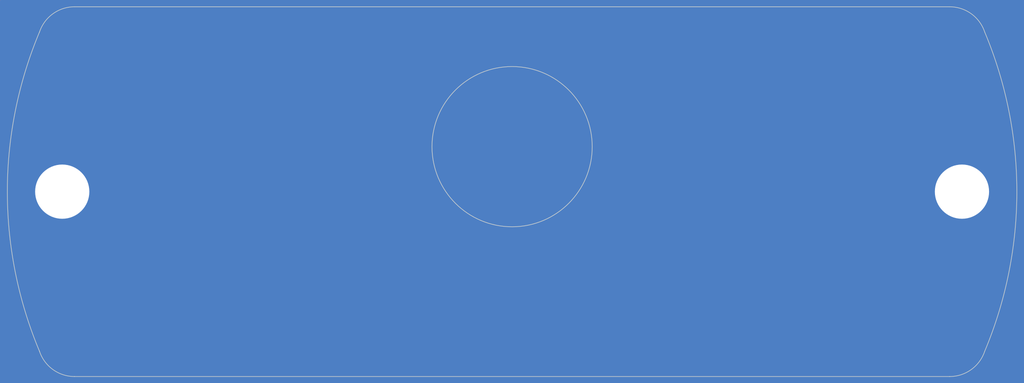
<source format=kicad_pcb>
(kicad_pcb (version 20171130) (host pcbnew "(5.1.6)-1")

  (general
    (thickness 1.6)
    (drawings 15)
    (tracks 2)
    (zones 0)
    (modules 0)
    (nets 1)
  )

  (page A4)
  (layers
    (0 F.Cu signal)
    (31 B.Cu signal)
    (32 B.Adhes user)
    (33 F.Adhes user)
    (34 B.Paste user)
    (35 F.Paste user)
    (36 B.SilkS user)
    (37 F.SilkS user)
    (38 B.Mask user)
    (39 F.Mask user)
    (40 Dwgs.User user)
    (41 Cmts.User user)
    (42 Eco1.User user)
    (43 Eco2.User user)
    (44 Edge.Cuts user)
    (45 Margin user)
    (46 B.CrtYd user)
    (47 F.CrtYd user)
    (48 B.Fab user)
    (49 F.Fab user)
  )

  (setup
    (last_trace_width 0.25)
    (user_trace_width 0.5)
    (user_trace_width 1)
    (trace_clearance 0.2)
    (zone_clearance 0.508)
    (zone_45_only no)
    (trace_min 0.2)
    (via_size 0.8)
    (via_drill 0.4)
    (via_min_size 0.4)
    (via_min_drill 0.3)
    (uvia_size 0.3)
    (uvia_drill 0.1)
    (uvias_allowed no)
    (uvia_min_size 0.2)
    (uvia_min_drill 0.1)
    (edge_width 0.05)
    (segment_width 0.2)
    (pcb_text_width 0.3)
    (pcb_text_size 1.5 1.5)
    (mod_edge_width 0.12)
    (mod_text_size 1 1)
    (mod_text_width 0.15)
    (pad_size 3 3)
    (pad_drill 1.6)
    (pad_to_mask_clearance 0.05)
    (aux_axis_origin 0 0)
    (visible_elements 7FFFFFFF)
    (pcbplotparams
      (layerselection 0x010f0_ffffffff)
      (usegerberextensions false)
      (usegerberattributes true)
      (usegerberadvancedattributes true)
      (creategerberjobfile true)
      (excludeedgelayer true)
      (linewidth 0.100000)
      (plotframeref false)
      (viasonmask true)
      (mode 1)
      (useauxorigin false)
      (hpglpennumber 1)
      (hpglpenspeed 20)
      (hpglpendiameter 15.000000)
      (psnegative false)
      (psa4output false)
      (plotreference false)
      (plotvalue false)
      (plotinvisibletext false)
      (padsonsilk false)
      (subtractmaskfromsilk false)
      (outputformat 1)
      (mirror false)
      (drillshape 0)
      (scaleselection 1)
      (outputdirectory "plots/front_panel"))
  )

  (net 0 "")

  (net_class Default "This is the default net class."
    (clearance 0.2)
    (trace_width 0.25)
    (via_dia 0.8)
    (via_drill 0.4)
    (uvia_dia 0.3)
    (uvia_drill 0.1)
  )

  (gr_text "CUTOUT\n" (at 137.5 111.5) (layer F.Mask)
    (effects (font (size 1 1) (thickness 0.15)))
  )
  (gr_circle (center 137.5 111.35) (end 144 111.35) (layer Edge.Cuts) (width 0.05))
  (gr_text INPUT (at 137.5 123.8) (layer F.Mask) (tstamp 5F3FDE4E)
    (effects (font (size 3 3) (thickness 0.6)))
  )
  (gr_text "0.1 - 10 Hz Low Noise Amplifier" (at 137.5 128) (layer F.Mask)
    (effects (font (size 1 1) (thickness 0.2)))
  )
  (gr_poly (pts (xy 179 130.5) (xy 96 130.5) (xy 96 99.5) (xy 179 99.5)) (layer B.Cu) (width 0.1) (tstamp 5F3FDD34))
  (gr_poly (pts (xy 179 130.5) (xy 96 130.5) (xy 96 99.5) (xy 179 99.5)) (layer F.Cu) (width 0.1))
  (gr_circle (center 137.5 111.35) (end 144.5 111.35) (layer F.Mask) (width 4))
  (gr_arc (start 129.999421 114.998265) (end 99.153372 127.946947) (angle 45.5406599) (layer Edge.Cuts) (width 0.05) (tstamp 5F3FD408))
  (gr_arc (start 102 127) (end 102 130) (angle 71.6) (layer Edge.Cuts) (width 0.05))
  (gr_arc (start 102 103) (end 102 100) (angle -71.6) (layer Edge.Cuts) (width 0.05))
  (gr_arc (start 145 115) (end 175.846049 127.948682) (angle -45.5406599) (layer Edge.Cuts) (width 0.05))
  (gr_arc (start 173 103) (end 173 100) (angle 71.6) (layer Edge.Cuts) (width 0.05))
  (gr_arc (start 173 127) (end 173 130) (angle -71.56505118) (layer Edge.Cuts) (width 0.05))
  (gr_line (start 102 130) (end 173 130) (layer Edge.Cuts) (width 0.05))
  (gr_line (start 102 100) (end 173 100) (layer Edge.Cuts) (width 0.05))

  (via (at 174 115) (size 8) (drill 4.4) (layers F.Cu B.Cu) (net 0))
  (via (at 101 115) (size 8) (drill 4.4) (layers F.Cu B.Cu) (net 0) (tstamp 5F3FD630))

)

</source>
